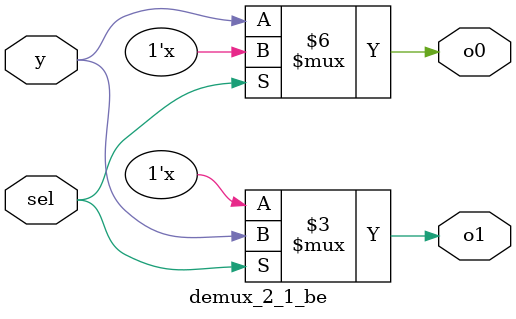
<source format=v>
module demux_2_1_be(
input y,sel,
output reg o0,o1);

always @ (y or sel) begin
if (sel) begin o1=y;end
else begin o0=y;end
end 
endmodule

</source>
